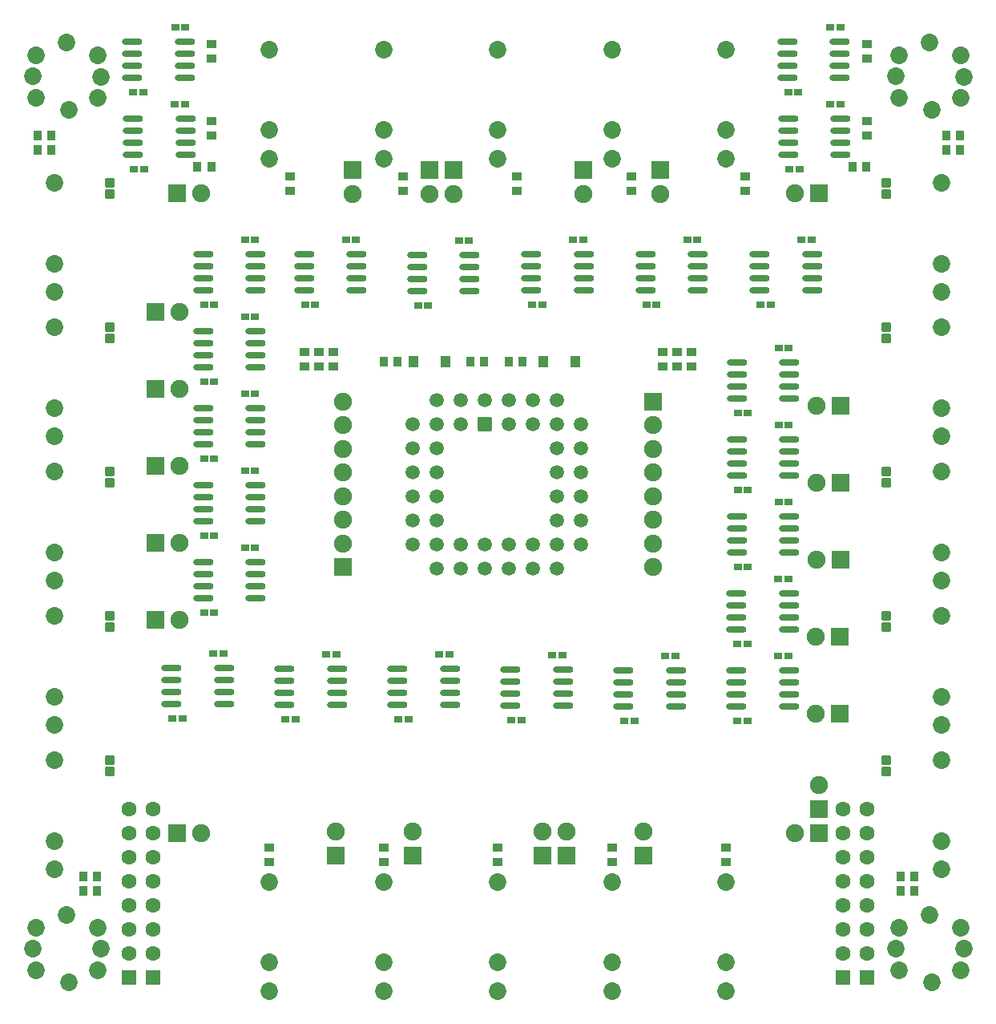
<source format=gts>
G04 Layer: TopSolderMaskLayer*
G04 EasyEDA v6.5.29, 2023-07-19 21:41:10*
G04 ede76849b6084053bf44eed2514c4286,5a6b42c53f6a479593ecc07194224c93,10*
G04 Gerber Generator version 0.2*
G04 Scale: 100 percent, Rotated: No, Reflected: No *
G04 Dimensions in millimeters *
G04 leading zeros omitted , absolute positions ,4 integer and 5 decimal *
%FSLAX45Y45*%
%MOMM*%

%AMMACRO1*1,1,$1,$2,$3*1,1,$1,$4,$5*1,1,$1,0-$2,0-$3*1,1,$1,0-$4,0-$5*20,1,$1,$2,$3,$4,$5,0*20,1,$1,$4,$5,0-$2,0-$3,0*20,1,$1,0-$2,0-$3,0-$4,0-$5,0*20,1,$1,0-$4,0-$5,$2,$3,0*4,1,4,$2,$3,$4,$5,0-$2,0-$3,0-$4,0-$5,$2,$3,0*%
%ADD10MACRO1,0.1016X0.75X-0.75X0.75X0.75*%
%ADD11C,1.6016*%
%ADD12MACRO1,0.1016X-0.9X0.85X-0.9X-0.85*%
%ADD13C,1.9016*%
%ADD14MACRO1,0.1016X-0.6985X-0.6985X0.6985X-0.6985*%
%ADD15C,1.4986*%
%ADD16MACRO1,0.1016X0.9X-0.85X0.9X0.85*%
%ADD17MACRO1,0.1016X0.432X-0.4032X-0.432X-0.4032*%
%ADD18MACRO1,0.1016X0.432X0.4032X-0.432X0.4032*%
%ADD19O,2.1466048X0.68961*%
%ADD20MACRO1,0.1016X0.395X0.27X0.395X-0.27*%
%ADD21MACRO1,0.1016X-0.395X0.27X-0.395X-0.27*%
%ADD22MACRO1,0.1016X-0.395X-0.27X-0.395X0.27*%
%ADD23MACRO1,0.1016X0.395X-0.27X0.395X0.27*%
%ADD24MACRO1,0.1016X0.4032X0.432X0.4032X-0.432*%
%ADD25MACRO1,0.1016X-0.4032X0.432X-0.4032X-0.432*%
%ADD26MACRO1,0.1016X-0.4032X-0.432X-0.4032X0.432*%
%ADD27MACRO1,0.1016X0.4032X-0.432X0.4032X0.432*%
%ADD28MACRO1,0.1016X-0.4033X-0.432X-0.4033X0.432*%
%ADD29MACRO1,0.1016X0.4536X-0.4366X-0.4536X-0.4366*%
%ADD30MACRO1,0.1016X0.4536X0.4366X-0.4536X0.4366*%
%ADD31MACRO1,0.1016X0.4X-0.45X-0.4X-0.45*%
%ADD32MACRO1,0.1016X0.475X-0.575X-0.475X-0.575*%
%ADD33MACRO1,0.1016X-0.4X0.45X0.4X0.45*%
%ADD34MACRO1,0.1016X-0.475X0.575X0.475X0.575*%
%ADD35MACRO1,0.1016X-0.9X-0.9X-0.9X0.9*%
%ADD36MACRO1,0.1016X0.9X0.9X0.9X-0.9*%
%ADD37C,1.8532*%
%ADD38MACRO1,0.1016X0.9X-0.9X-0.9X-0.9*%
%ADD39MACRO1,0.1016X-0.9X0.9X0.9X0.9*%
%ADD40C,0.0194*%

%LPD*%
D10*
G01*
X1930394Y1473196D03*
D11*
G01*
X1930400Y1727200D03*
G01*
X1930400Y1981200D03*
G01*
X1930400Y2235200D03*
G01*
X1930400Y2489200D03*
G01*
X1930400Y2743200D03*
G01*
X1930400Y2997200D03*
G01*
X1930400Y3251200D03*
D12*
G01*
X7213586Y7555177D03*
D13*
G01*
X7213574Y7305192D03*
G01*
X7213574Y7055180D03*
G01*
X7213574Y6805193D03*
G01*
X7213574Y6555181D03*
G01*
X7213574Y6305194D03*
G01*
X7213574Y6055182D03*
G01*
X7213574Y5805195D03*
D10*
G01*
X9220182Y1473196D03*
D11*
G01*
X9220174Y1727200D03*
G01*
X9220174Y1981200D03*
G01*
X9220174Y2235200D03*
G01*
X9220174Y2489200D03*
G01*
X9220174Y2743200D03*
G01*
X9220174Y2997200D03*
G01*
X9220174Y3251200D03*
D14*
G01*
X5435589Y7315187D03*
D15*
G01*
X5689574Y7569200D03*
G01*
X5689574Y7315200D03*
G01*
X5943574Y7569200D03*
G01*
X5943574Y7315200D03*
G01*
X6197574Y7569200D03*
G01*
X6451574Y7315200D03*
G01*
X6197574Y7315200D03*
G01*
X6451574Y7061200D03*
G01*
X6197574Y7061200D03*
G01*
X6451574Y6807200D03*
G01*
X6197574Y6807200D03*
G01*
X6451574Y6553200D03*
G01*
X6197574Y6553200D03*
G01*
X6451574Y6299200D03*
G01*
X6197574Y6299200D03*
G01*
X6451574Y6045200D03*
G01*
X6197574Y5791200D03*
G01*
X6197574Y6045200D03*
G01*
X5943574Y5791200D03*
G01*
X5943574Y6045200D03*
G01*
X5689574Y5791200D03*
G01*
X5689574Y6045200D03*
G01*
X5435574Y5791200D03*
G01*
X5435574Y6045200D03*
G01*
X5181574Y5791200D03*
G01*
X5181574Y6045200D03*
G01*
X4927574Y5791200D03*
G01*
X4673574Y6045200D03*
G01*
X4927574Y6045200D03*
G01*
X4673574Y6299200D03*
G01*
X4927574Y6299200D03*
G01*
X4673574Y6553200D03*
G01*
X4927574Y6553200D03*
G01*
X4673574Y6807200D03*
G01*
X4927574Y6807200D03*
G01*
X4673574Y7061200D03*
G01*
X4927574Y7061200D03*
G01*
X4673574Y7315200D03*
G01*
X4927574Y7569200D03*
G01*
X4927574Y7315200D03*
G01*
X5181574Y7569200D03*
G01*
X5181574Y7315200D03*
G01*
X5435574Y7569200D03*
D10*
G01*
X1676397Y1473196D03*
D11*
G01*
X1676400Y1727200D03*
G01*
X1676400Y1981200D03*
G01*
X1676400Y2235200D03*
G01*
X1676400Y2489200D03*
G01*
X1676400Y2743200D03*
G01*
X1676400Y2997200D03*
G01*
X1676400Y3251200D03*
D16*
G01*
X3936991Y5805196D03*
D13*
G01*
X3937000Y6055182D03*
G01*
X3937000Y6305194D03*
G01*
X3937000Y6555181D03*
G01*
X3937000Y6805193D03*
G01*
X3937000Y7055180D03*
G01*
X3937000Y7305192D03*
G01*
X3937000Y7555179D03*
D10*
G01*
X9474182Y1473196D03*
D11*
G01*
X9474174Y1727200D03*
G01*
X9474174Y1981200D03*
G01*
X9474174Y2235200D03*
G01*
X9474174Y2489200D03*
G01*
X9474174Y2743200D03*
G01*
X9474174Y2997200D03*
G01*
X9474174Y3251200D03*
D17*
G01*
X3530594Y8076309D03*
D18*
G01*
X3530594Y7925659D03*
D17*
G01*
X3682994Y8076309D03*
D18*
G01*
X3682994Y7925659D03*
D17*
G01*
X3835394Y8076309D03*
D18*
G01*
X3835394Y7925659D03*
D19*
G01*
X2280107Y10159949D03*
G01*
X2280107Y10286949D03*
G01*
X2280107Y10413949D03*
G01*
X2280107Y10540949D03*
G01*
X1725625Y10159949D03*
G01*
X1725625Y10286949D03*
G01*
X1725625Y10413949D03*
G01*
X1725625Y10540949D03*
D20*
G01*
X1732467Y10007579D03*
D21*
G01*
X1841479Y10007579D03*
D22*
G01*
X2273279Y10693379D03*
D23*
G01*
X2164267Y10693379D03*
D22*
G01*
X2277005Y11506200D03*
D23*
G01*
X2167994Y11506200D03*
D20*
G01*
X1723494Y10820400D03*
D21*
G01*
X1832505Y10820400D03*
D19*
G01*
X2271140Y10972800D03*
G01*
X2271140Y11099800D03*
G01*
X2271140Y11226800D03*
G01*
X2271140Y11353800D03*
G01*
X1716659Y10972800D03*
G01*
X1716659Y11099800D03*
G01*
X1716659Y11226800D03*
G01*
X1716659Y11353800D03*
D24*
G01*
X2401157Y10032979D03*
D25*
G01*
X2551807Y10032979D03*
D17*
G01*
X2552682Y10514704D03*
D18*
G01*
X2552682Y10364054D03*
D17*
G01*
X2552682Y11327502D03*
D18*
G01*
X2552682Y11176852D03*
D17*
G01*
X7619984Y8076309D03*
D18*
G01*
X7619984Y7925659D03*
D17*
G01*
X7467584Y8076309D03*
D18*
G01*
X7467584Y7925659D03*
D17*
G01*
X7315184Y8076309D03*
D18*
G01*
X7315184Y7925659D03*
D17*
G01*
X9474182Y11327502D03*
D18*
G01*
X9474182Y11176852D03*
D17*
G01*
X9474182Y10514704D03*
D18*
G01*
X9474182Y10364054D03*
D24*
G01*
X9322657Y10032979D03*
D25*
G01*
X9473307Y10032979D03*
D19*
G01*
X9192640Y10972800D03*
G01*
X9192640Y11099800D03*
G01*
X9192640Y11226800D03*
G01*
X9192640Y11353800D03*
G01*
X8638159Y10972800D03*
G01*
X8638159Y11099800D03*
G01*
X8638159Y11226800D03*
G01*
X8638159Y11353800D03*
D20*
G01*
X8644994Y10820400D03*
D21*
G01*
X8754005Y10820400D03*
D22*
G01*
X9198505Y11506200D03*
D23*
G01*
X9089494Y11506200D03*
D22*
G01*
X9194779Y10693379D03*
D23*
G01*
X9085767Y10693379D03*
D20*
G01*
X8653967Y10007579D03*
D21*
G01*
X8762979Y10007579D03*
D19*
G01*
X9201607Y10159949D03*
G01*
X9201607Y10286949D03*
G01*
X9201607Y10413949D03*
G01*
X9201607Y10540949D03*
G01*
X8647125Y10159949D03*
G01*
X8647125Y10286949D03*
G01*
X8647125Y10413949D03*
G01*
X8647125Y10540949D03*
D26*
G01*
X862722Y10210774D03*
D27*
G01*
X712072Y10210774D03*
D26*
G01*
X862722Y10363174D03*
D27*
G01*
X712072Y10363174D03*
D24*
G01*
X10313254Y10363184D03*
D25*
G01*
X10463904Y10363184D03*
D24*
G01*
X10313254Y10210784D03*
D25*
G01*
X10463904Y10210784D03*
D24*
G01*
X1194672Y2387600D03*
D25*
G01*
X1345322Y2387600D03*
D24*
G01*
X1194672Y2540000D03*
D25*
G01*
X1345322Y2540000D03*
D28*
G01*
X9981303Y2387589D03*
D27*
G01*
X9830652Y2387589D03*
D28*
G01*
X9981303Y2539989D03*
D27*
G01*
X9830652Y2539989D03*
D29*
G01*
X1473197Y9866536D03*
D30*
G01*
X1473197Y9742223D03*
D19*
G01*
X3020440Y8724874D03*
G01*
X3020440Y8851874D03*
G01*
X3020440Y8978874D03*
G01*
X3020440Y9105874D03*
G01*
X2465959Y8724874D03*
G01*
X2465959Y8851874D03*
G01*
X2465959Y8978874D03*
G01*
X2465959Y9105874D03*
G01*
X3020440Y7912074D03*
G01*
X3020440Y8039074D03*
G01*
X3020440Y8166074D03*
G01*
X3020440Y8293074D03*
G01*
X2465959Y7912074D03*
G01*
X2465959Y8039074D03*
G01*
X2465959Y8166074D03*
G01*
X2465959Y8293074D03*
D20*
G01*
X2472794Y8572500D03*
D21*
G01*
X2581805Y8572500D03*
D22*
G01*
X3013605Y9258300D03*
D23*
G01*
X2904594Y9258300D03*
D22*
G01*
X3013605Y8445502D03*
D23*
G01*
X2904594Y8445502D03*
D20*
G01*
X2472794Y7759702D03*
D21*
G01*
X2581805Y7759702D03*
D29*
G01*
X1473197Y8342536D03*
D30*
G01*
X1473197Y8218223D03*
D17*
G01*
X3378192Y9930504D03*
D18*
G01*
X3378192Y9779854D03*
D19*
G01*
X4087240Y8724874D03*
G01*
X4087240Y8851874D03*
G01*
X4087240Y8978874D03*
G01*
X4087240Y9105874D03*
G01*
X3532759Y8724874D03*
G01*
X3532759Y8851874D03*
G01*
X3532759Y8978874D03*
G01*
X3532759Y9105874D03*
D22*
G01*
X4080403Y9258300D03*
D23*
G01*
X3971391Y9258300D03*
D20*
G01*
X3539591Y8572500D03*
D21*
G01*
X3648603Y8572500D03*
D20*
G01*
X4733399Y8567846D03*
D21*
G01*
X4842410Y8567846D03*
D22*
G01*
X5274210Y9253646D03*
D23*
G01*
X5165199Y9253646D03*
D19*
G01*
X5281040Y8720226D03*
G01*
X5281040Y8847226D03*
G01*
X5281040Y8974226D03*
G01*
X5281040Y9101226D03*
G01*
X4726559Y8720226D03*
G01*
X4726559Y8847226D03*
G01*
X4726559Y8974226D03*
G01*
X4726559Y9101226D03*
D17*
G01*
X4571989Y9930504D03*
D18*
G01*
X4571989Y9779854D03*
D17*
G01*
X5778489Y9930504D03*
D18*
G01*
X5778489Y9779854D03*
D17*
G01*
X6984989Y9930504D03*
D18*
G01*
X6984989Y9779854D03*
D17*
G01*
X8191489Y9930504D03*
D18*
G01*
X8191489Y9779854D03*
D20*
G01*
X5939889Y8572500D03*
D21*
G01*
X6048900Y8572500D03*
D22*
G01*
X6480700Y9258300D03*
D23*
G01*
X6371689Y9258300D03*
D19*
G01*
X6487540Y8724874D03*
G01*
X6487540Y8851874D03*
G01*
X6487540Y8978874D03*
G01*
X6487540Y9105874D03*
G01*
X5933059Y8724874D03*
G01*
X5933059Y8851874D03*
G01*
X5933059Y8978874D03*
G01*
X5933059Y9105874D03*
D20*
G01*
X7146389Y8572500D03*
D21*
G01*
X7255400Y8572500D03*
D22*
G01*
X7687200Y9258300D03*
D23*
G01*
X7578189Y9258300D03*
D19*
G01*
X7694040Y8724874D03*
G01*
X7694040Y8851874D03*
G01*
X7694040Y8978874D03*
G01*
X7694040Y9105874D03*
G01*
X7139559Y8724874D03*
G01*
X7139559Y8851874D03*
G01*
X7139559Y8978874D03*
G01*
X7139559Y9105874D03*
D20*
G01*
X8352889Y8572500D03*
D21*
G01*
X8461900Y8572500D03*
D22*
G01*
X8893700Y9258300D03*
D23*
G01*
X8784689Y9258300D03*
D19*
G01*
X8900540Y8724874D03*
G01*
X8900540Y8851874D03*
G01*
X8900540Y8978874D03*
G01*
X8900540Y9105874D03*
G01*
X8346059Y8724874D03*
G01*
X8346059Y8851874D03*
G01*
X8346059Y8978874D03*
G01*
X8346059Y9105874D03*
D20*
G01*
X2472794Y6946902D03*
D21*
G01*
X2581805Y6946902D03*
D22*
G01*
X3013605Y7632702D03*
D23*
G01*
X2904594Y7632702D03*
D19*
G01*
X3020440Y7099274D03*
G01*
X3020440Y7226274D03*
G01*
X3020440Y7353274D03*
G01*
X3020440Y7480274D03*
G01*
X2465959Y7099274D03*
G01*
X2465959Y7226274D03*
G01*
X2465959Y7353274D03*
G01*
X2465959Y7480274D03*
D29*
G01*
X1473197Y6818536D03*
D30*
G01*
X1473197Y6694223D03*
D19*
G01*
X3020440Y6286474D03*
G01*
X3020440Y6413474D03*
G01*
X3020440Y6540474D03*
G01*
X3020440Y6667474D03*
G01*
X2465959Y6286474D03*
G01*
X2465959Y6413474D03*
G01*
X2465959Y6540474D03*
G01*
X2465959Y6667474D03*
D22*
G01*
X3013605Y6819902D03*
D23*
G01*
X2904594Y6819902D03*
D20*
G01*
X2472794Y6134102D03*
D21*
G01*
X2581805Y6134102D03*
D29*
G01*
X1473197Y5294536D03*
D30*
G01*
X1473197Y5170223D03*
D29*
G01*
X1473197Y3770536D03*
D30*
G01*
X1473197Y3646223D03*
D20*
G01*
X2472794Y5321302D03*
D21*
G01*
X2581805Y5321302D03*
D22*
G01*
X3013605Y6007102D03*
D23*
G01*
X2904594Y6007102D03*
D19*
G01*
X3020440Y5473674D03*
G01*
X3020440Y5600674D03*
G01*
X3020440Y5727674D03*
G01*
X3020440Y5854674D03*
G01*
X2465959Y5473674D03*
G01*
X2465959Y5600674D03*
G01*
X2465959Y5727674D03*
G01*
X2465959Y5854674D03*
D29*
G01*
X9677379Y9866536D03*
D30*
G01*
X9677379Y9742223D03*
D29*
G01*
X9677379Y8342536D03*
D30*
G01*
X9677379Y8218223D03*
D29*
G01*
X9677379Y6818536D03*
D30*
G01*
X9677379Y6694223D03*
D29*
G01*
X9677379Y5294536D03*
D30*
G01*
X9677379Y5170223D03*
D29*
G01*
X9677379Y3770536D03*
D30*
G01*
X9677379Y3646223D03*
D22*
G01*
X8652393Y8115302D03*
D23*
G01*
X8543381Y8115302D03*
D20*
G01*
X8111581Y7429502D03*
D21*
G01*
X8220593Y7429502D03*
D19*
G01*
X8659215Y7581874D03*
G01*
X8659215Y7708874D03*
G01*
X8659215Y7835874D03*
G01*
X8659215Y7962874D03*
G01*
X8104733Y7581874D03*
G01*
X8104733Y7708874D03*
G01*
X8104733Y7835874D03*
G01*
X8104733Y7962874D03*
G01*
X8659215Y6769074D03*
G01*
X8659215Y6896074D03*
G01*
X8659215Y7023074D03*
G01*
X8659215Y7150074D03*
G01*
X8104733Y6769074D03*
G01*
X8104733Y6896074D03*
G01*
X8104733Y7023074D03*
G01*
X8104733Y7150074D03*
D20*
G01*
X8111581Y6616702D03*
D21*
G01*
X8220593Y6616702D03*
D22*
G01*
X8652393Y7302502D03*
D23*
G01*
X8543381Y7302502D03*
D19*
G01*
X8659215Y5956274D03*
G01*
X8659215Y6083274D03*
G01*
X8659215Y6210274D03*
G01*
X8659215Y6337274D03*
G01*
X8104733Y5956274D03*
G01*
X8104733Y6083274D03*
G01*
X8104733Y6210274D03*
G01*
X8104733Y6337274D03*
D20*
G01*
X8111581Y5803902D03*
D21*
G01*
X8220593Y5803902D03*
D22*
G01*
X8652393Y6489702D03*
D23*
G01*
X8543381Y6489702D03*
D19*
G01*
X8655659Y5145608D03*
G01*
X8655659Y5272608D03*
G01*
X8655659Y5399608D03*
G01*
X8655659Y5526608D03*
G01*
X8101177Y5145608D03*
G01*
X8101177Y5272608D03*
G01*
X8101177Y5399608D03*
G01*
X8101177Y5526608D03*
D20*
G01*
X8108025Y4993236D03*
D21*
G01*
X8217037Y4993236D03*
D22*
G01*
X8648837Y5679036D03*
D23*
G01*
X8539825Y5679036D03*
D19*
G01*
X8655659Y4332808D03*
G01*
X8655659Y4459808D03*
G01*
X8655659Y4586808D03*
G01*
X8655659Y4713808D03*
G01*
X8101177Y4332808D03*
G01*
X8101177Y4459808D03*
G01*
X8101177Y4586808D03*
G01*
X8101177Y4713808D03*
D20*
G01*
X8108025Y4180436D03*
D21*
G01*
X8217037Y4180436D03*
D22*
G01*
X8648837Y4866236D03*
D23*
G01*
X8539825Y4866236D03*
D20*
G01*
X6914217Y4185089D03*
D21*
G01*
X7023229Y4185089D03*
D22*
G01*
X7455029Y4870889D03*
D23*
G01*
X7346017Y4870889D03*
D19*
G01*
X7461859Y4337481D03*
G01*
X7461859Y4464481D03*
G01*
X7461859Y4591481D03*
G01*
X7461859Y4718481D03*
G01*
X6907377Y4337481D03*
G01*
X6907377Y4464481D03*
G01*
X6907377Y4591481D03*
G01*
X6907377Y4718481D03*
D17*
G01*
X7988300Y2843924D03*
D18*
G01*
X7988300Y2693275D03*
D17*
G01*
X6781800Y2843924D03*
D18*
G01*
X6781800Y2693275D03*
D17*
G01*
X5575300Y2843924D03*
D18*
G01*
X5575300Y2693275D03*
D17*
G01*
X4368800Y2843924D03*
D18*
G01*
X4368800Y2693275D03*
D17*
G01*
X3162300Y2843924D03*
D18*
G01*
X3162300Y2693275D03*
D19*
G01*
X6268059Y4342129D03*
G01*
X6268059Y4469129D03*
G01*
X6268059Y4596129D03*
G01*
X6268059Y4723129D03*
G01*
X5713577Y4342129D03*
G01*
X5713577Y4469129D03*
G01*
X5713577Y4596129D03*
G01*
X5713577Y4723129D03*
D22*
G01*
X6261221Y4875542D03*
D23*
G01*
X6152210Y4875542D03*
D20*
G01*
X5720410Y4189742D03*
D21*
G01*
X5829421Y4189742D03*
D19*
G01*
X5074234Y4346778D03*
G01*
X5074234Y4473778D03*
G01*
X5074234Y4600778D03*
G01*
X5074234Y4727778D03*
G01*
X4519752Y4346778D03*
G01*
X4519752Y4473778D03*
G01*
X4519752Y4600778D03*
G01*
X4519752Y4727778D03*
D22*
G01*
X5067414Y4880195D03*
D23*
G01*
X4958402Y4880195D03*
D20*
G01*
X4526602Y4194395D03*
D21*
G01*
X4635614Y4194395D03*
D19*
G01*
X3880434Y4351426D03*
G01*
X3880434Y4478426D03*
G01*
X3880434Y4605426D03*
G01*
X3880434Y4732426D03*
G01*
X3325952Y4351426D03*
G01*
X3325952Y4478426D03*
G01*
X3325952Y4605426D03*
G01*
X3325952Y4732426D03*
D22*
G01*
X3873606Y4884849D03*
D23*
G01*
X3764594Y4884849D03*
D20*
G01*
X3332794Y4199049D03*
D21*
G01*
X3441806Y4199049D03*
D19*
G01*
X2686634Y4356074D03*
G01*
X2686634Y4483074D03*
G01*
X2686634Y4610074D03*
G01*
X2686634Y4737074D03*
G01*
X2132152Y4356074D03*
G01*
X2132152Y4483074D03*
G01*
X2132152Y4610074D03*
G01*
X2132152Y4737074D03*
D22*
G01*
X2679799Y4889502D03*
D23*
G01*
X2570787Y4889502D03*
D20*
G01*
X2138987Y4203702D03*
D21*
G01*
X2247999Y4203702D03*
D31*
G01*
X5695787Y7975584D03*
G01*
X5835787Y7975584D03*
D32*
G01*
X6392228Y7975584D03*
G01*
X6053748Y7975584D03*
D33*
G01*
X5429389Y7975584D03*
G01*
X5289389Y7975584D03*
G01*
X4514992Y7975584D03*
G01*
X4374992Y7975584D03*
D34*
G01*
X4682149Y7975584D03*
G01*
X5020630Y7975584D03*
D13*
G01*
X8712174Y2997200D03*
D35*
G01*
X8966182Y2997200D03*
D13*
G01*
X2438831Y9753980D03*
D36*
G01*
X2184821Y9754011D03*
D37*
G01*
X3162300Y2481198D03*
G01*
X3162300Y1631213D03*
G01*
X3162300Y1331188D03*
G01*
X4368800Y2481198D03*
G01*
X4368800Y1631213D03*
G01*
X4368800Y1331188D03*
G01*
X5575300Y2481198D03*
G01*
X5575300Y1631213D03*
G01*
X5575300Y1331188D03*
G01*
X6781800Y2481198D03*
G01*
X6781800Y1631213D03*
G01*
X6781800Y1331188D03*
G01*
X7988300Y2481198D03*
G01*
X7988300Y1631213D03*
G01*
X7988300Y1331188D03*
G01*
X10261600Y9859899D03*
G01*
X10261600Y9009913D03*
G01*
X10261600Y8709888D03*
G01*
X10261600Y8335898D03*
G01*
X10261600Y7485913D03*
G01*
X10261600Y7185888D03*
G01*
X10261600Y6811898D03*
G01*
X10261600Y5961913D03*
G01*
X10261600Y5661888D03*
G01*
X10261600Y5287898D03*
G01*
X10261600Y4437913D03*
G01*
X10261600Y4137888D03*
G01*
X10261600Y3763898D03*
G01*
X10261600Y2913913D03*
G01*
X10261600Y2613888D03*
G01*
X889000Y3763898D03*
G01*
X889000Y2913913D03*
G01*
X889000Y2613888D03*
G01*
X889000Y5287898D03*
G01*
X889000Y4437913D03*
G01*
X889000Y4137888D03*
G01*
X889000Y6811898D03*
G01*
X889000Y5961913D03*
G01*
X889000Y5661888D03*
G01*
X889000Y8335898D03*
G01*
X889000Y7485913D03*
G01*
X889000Y7185888D03*
G01*
X889000Y9859899D03*
G01*
X889000Y9009913D03*
G01*
X889000Y8709888D03*
G01*
X1346200Y1549400D03*
G01*
X696188Y1549400D03*
G01*
X1346200Y1999411D03*
G01*
X696188Y1999411D03*
G01*
X1021206Y2134387D03*
G01*
X1381201Y1774393D03*
G01*
X1041400Y1422400D03*
G01*
X660400Y1778000D03*
G01*
X10464800Y1549400D03*
G01*
X9814788Y1549400D03*
G01*
X10464800Y1999411D03*
G01*
X9814788Y1999411D03*
G01*
X10139806Y2134387D03*
G01*
X10499801Y1774393D03*
G01*
X10160000Y1422400D03*
G01*
X9779000Y1778000D03*
G01*
X1346200Y10756900D03*
G01*
X696188Y10756900D03*
G01*
X1346200Y11206911D03*
G01*
X696188Y11206911D03*
G01*
X1021206Y11341887D03*
G01*
X1381201Y10981893D03*
G01*
X1041400Y10629900D03*
G01*
X660400Y10985500D03*
G01*
X10464800Y10756900D03*
G01*
X9814788Y10756900D03*
G01*
X10464800Y11206911D03*
G01*
X9814788Y11206911D03*
G01*
X10139806Y11341887D03*
G01*
X10499801Y10981893D03*
G01*
X10160000Y10629900D03*
G01*
X9779000Y10985500D03*
G01*
X3162300Y11269599D03*
G01*
X3162300Y10419613D03*
G01*
X3162300Y10119588D03*
G01*
X4368800Y11269599D03*
G01*
X4368800Y10419613D03*
G01*
X4368800Y10119588D03*
G01*
X5575300Y11269599D03*
G01*
X5575300Y10419613D03*
G01*
X5575300Y10119588D03*
G01*
X6781800Y11269599D03*
G01*
X6781800Y10419613D03*
G01*
X6781800Y10119588D03*
G01*
X7988300Y11269599D03*
G01*
X7988300Y10419613D03*
G01*
X7988300Y10119588D03*
D13*
G01*
X2438806Y2997606D03*
D36*
G01*
X2184803Y2997614D03*
D13*
G01*
X8940800Y7505700D03*
D35*
G01*
X9194800Y7505700D03*
D13*
G01*
X8940800Y6692900D03*
D35*
G01*
X9194800Y6692900D03*
D13*
G01*
X8940800Y5880100D03*
D35*
G01*
X9194800Y5880100D03*
D13*
G01*
X8937243Y5069433D03*
D35*
G01*
X9191254Y5069428D03*
D13*
G01*
X8937243Y4256633D03*
D35*
G01*
X9191254Y4256628D03*
D13*
G01*
X8712200Y9753600D03*
D35*
G01*
X8966200Y9753600D03*
D13*
G01*
X4038600Y9740900D03*
D38*
G01*
X4038600Y9994900D03*
D13*
G01*
X4851400Y9740900D03*
D38*
G01*
X4851400Y9994900D03*
D13*
G01*
X5105400Y9740900D03*
D38*
G01*
X5105400Y9994900D03*
D13*
G01*
X6477000Y9740900D03*
D38*
G01*
X6477000Y9994900D03*
D13*
G01*
X7289800Y9740900D03*
D38*
G01*
X7289800Y9994900D03*
D13*
G01*
X2209800Y5245100D03*
D36*
G01*
X1955800Y5245100D03*
D13*
G01*
X2209800Y6057900D03*
D36*
G01*
X1955800Y6057900D03*
D13*
G01*
X2209800Y6870700D03*
D36*
G01*
X1955800Y6870700D03*
D13*
G01*
X2209800Y7683500D03*
D36*
G01*
X1955800Y7683500D03*
D13*
G01*
X2209800Y8496300D03*
D36*
G01*
X1955800Y8496300D03*
D13*
G01*
X3860800Y3009900D03*
D39*
G01*
X3860800Y2755900D03*
D13*
G01*
X4673600Y3009900D03*
D39*
G01*
X4673600Y2755900D03*
D13*
G01*
X6045200Y3009900D03*
D39*
G01*
X6045200Y2755900D03*
D13*
G01*
X6299200Y3009900D03*
D39*
G01*
X6299200Y2755900D03*
D13*
G01*
X7112000Y3009900D03*
D39*
G01*
X7112000Y2755900D03*
D13*
G01*
X8966174Y3505200D03*
D39*
G01*
X8966174Y3251200D03*
M02*

</source>
